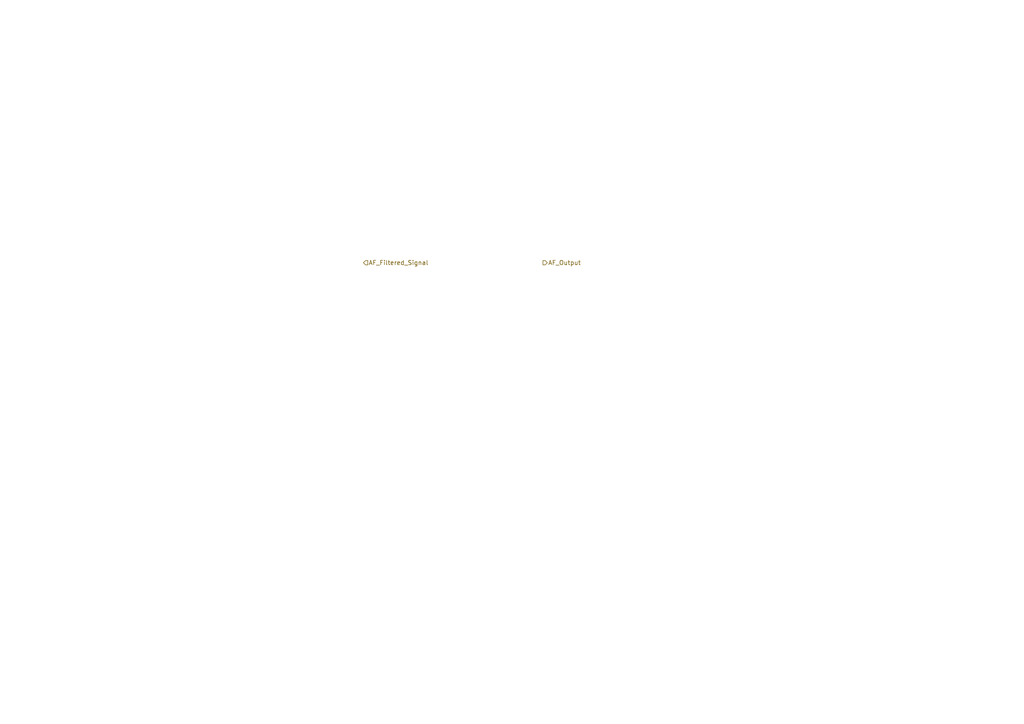
<source format=kicad_sch>
(kicad_sch
	(version 20231120)
	(generator "eeschema")
	(generator_version "8.0")
	(uuid "9cdb7222-23c2-4988-82c3-7d2efc801eea")
	(paper "A4")
	(lib_symbols)
	(hierarchical_label "AF_Output"
		(shape output)
		(at 157.48 76.2 0)
		(fields_autoplaced yes)
		(effects
			(font
				(size 1.27 1.27)
			)
			(justify left)
		)
		(uuid "c88a1e54-2586-4d8c-8d0d-f5426650dab9")
	)
	(hierarchical_label "AF_Filtered_Signal"
		(shape input)
		(at 105.41 76.2 0)
		(fields_autoplaced yes)
		(effects
			(font
				(size 1.27 1.27)
			)
			(justify left)
		)
		(uuid "e4aa313a-1018-4971-94d9-83cfaaa8e124")
	)
)

</source>
